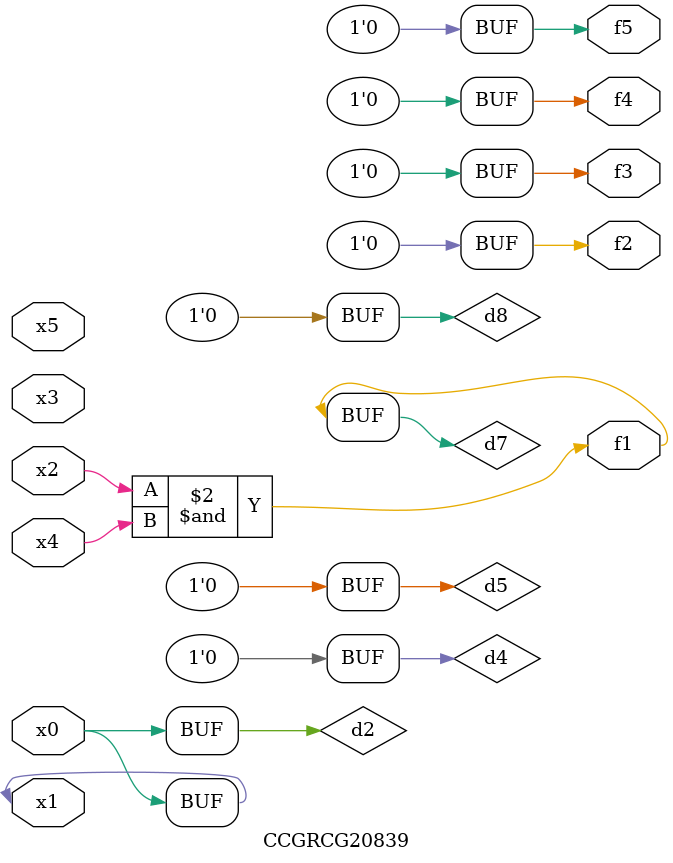
<source format=v>
module CCGRCG20839(
	input x0, x1, x2, x3, x4, x5,
	output f1, f2, f3, f4, f5
);

	wire d1, d2, d3, d4, d5, d6, d7, d8, d9;

	nand (d1, x1);
	buf (d2, x0, x1);
	nand (d3, x2, x4);
	and (d4, d1, d2);
	and (d5, d1, d2);
	nand (d6, d1, d3);
	not (d7, d3);
	xor (d8, d5);
	nor (d9, d5, d6);
	assign f1 = d7;
	assign f2 = d8;
	assign f3 = d8;
	assign f4 = d8;
	assign f5 = d8;
endmodule

</source>
